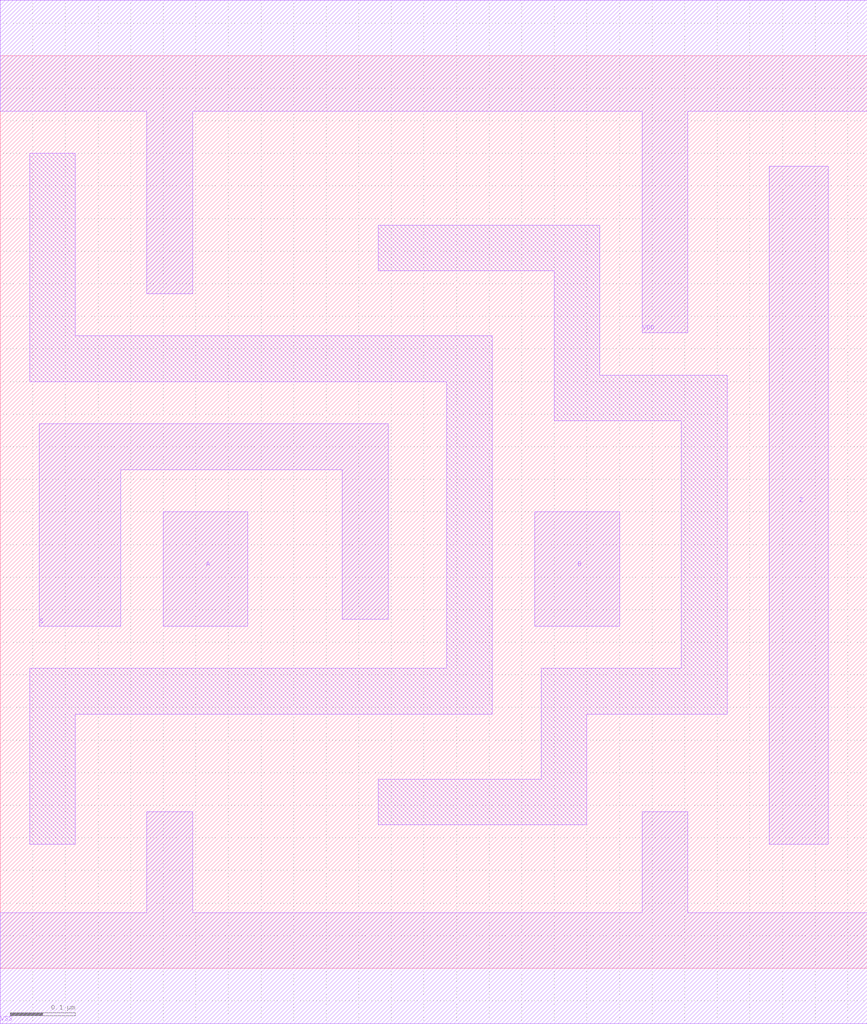
<source format=lef>
# 
# ******************************************************************************
# *                                                                            *
# *                   Copyright (C) 2004-2010, Nangate Inc.                    *
# *                           All rights reserved.                             *
# *                                                                            *
# * Nangate and the Nangate logo are trademarks of Nangate Inc.                *
# *                                                                            *
# * All trademarks, logos, software marks, and trade names (collectively the   *
# * "Marks") in this program are proprietary to Nangate or other respective    *
# * owners that have granted Nangate the right and license to use such Marks.  *
# * You are not permitted to use the Marks without the prior written consent   *
# * of Nangate or such third party that may own the Marks.                     *
# *                                                                            *
# * This file has been provided pursuant to a License Agreement containing     *
# * restrictions on its use. This file contains valuable trade secrets and     *
# * proprietary information of Nangate Inc., and is protected by U.S. and      *
# * international laws and/or treaties.                                        *
# *                                                                            *
# * The copyright notice(s) in this file does not indicate actual or intended  *
# * publication of this file.                                                  *
# *                                                                            *
# *     NGLibraryCreator, v2010.08-HR32-SP3-2010-08-05 - build 1009061800      *
# *                                                                            *
# ******************************************************************************
# 
# 
# Running on brazil06.nangate.com.br for user Giancarlo Franciscatto (gfr).
# Local time is now Fri, 3 Dec 2010, 19:32:18.
# Main process id is 27821.

VERSION 5.6 ;
BUSBITCHARS "[]" ;
DIVIDERCHAR "/" ;

MACRO MUX2_X1
  CLASS core ;
  FOREIGN MUX2_X1 0.0 0.0 ;
  ORIGIN 0 0 ;
  SYMMETRY X Y ;
  SITE FreePDK45_38x28_10R_NP_162NW_34O ;
  SIZE 1.33 BY 1.4 ;
  PIN A
    DIRECTION INPUT ;
    ANTENNAPARTIALMETALAREA 0.02275 LAYER metal1 ;
    ANTENNAPARTIALMETALSIDEAREA 0.0793 LAYER metal1 ;
    ANTENNAGATEAREA 0.02625 ;
    PORT
      LAYER metal1 ;
        POLYGON 0.25 0.525 0.38 0.525 0.38 0.7 0.25 0.7  ;
    END
  END A
  PIN B
    DIRECTION INPUT ;
    ANTENNAPARTIALMETALAREA 0.02275 LAYER metal1 ;
    ANTENNAPARTIALMETALSIDEAREA 0.0793 LAYER metal1 ;
    ANTENNAGATEAREA 0.02625 ;
    PORT
      LAYER metal1 ;
        POLYGON 0.82 0.525 0.95 0.525 0.95 0.7 0.82 0.7  ;
    END
  END B
  PIN S
    DIRECTION INPUT ;
    ANTENNAPARTIALMETALAREA 0.08355 LAYER metal1 ;
    ANTENNAPARTIALMETALSIDEAREA 0.2795 LAYER metal1 ;
    ANTENNAGATEAREA 0.0525 ;
    PORT
      LAYER metal1 ;
        POLYGON 0.06 0.525 0.185 0.525 0.185 0.765 0.525 0.765 0.525 0.535 0.595 0.535 0.595 0.835 0.06 0.835  ;
    END
  END S
  PIN Z
    DIRECTION OUTPUT ;
    ANTENNAPARTIALMETALAREA 0.0936 LAYER metal1 ;
    ANTENNAPARTIALMETALSIDEAREA 0.2938 LAYER metal1 ;
    ANTENNADIFFAREA 0.109725 ;
    PORT
      LAYER metal1 ;
        POLYGON 1.18 0.19 1.27 0.19 1.27 1.23 1.18 1.23  ;
    END
  END Z
  PIN VDD
    DIRECTION INOUT ;
    USE power ;
    SHAPE ABUTMENT ;
    PORT
      LAYER metal1 ;
        POLYGON 0 1.315 0.225 1.315 0.225 1.035 0.295 1.035 0.295 1.315 0.985 1.315 0.985 0.975 1.055 0.975 1.055 1.315 1.115 1.315 1.33 1.315 1.33 1.485 1.115 1.485 0 1.485  ;
    END
  END VDD
  PIN VSS
    DIRECTION INOUT ;
    USE ground ;
    SHAPE ABUTMENT ;
    PORT
      LAYER metal1 ;
        POLYGON 0 -0.085 1.33 -0.085 1.33 0.085 1.055 0.085 1.055 0.24 0.985 0.24 0.985 0.085 0.295 0.085 0.295 0.24 0.225 0.24 0.225 0.085 0 0.085  ;
    END
  END VSS
  OBS
      LAYER metal1 ;
        POLYGON 0.045 0.9 0.685 0.9 0.685 0.46 0.045 0.46 0.045 0.19 0.115 0.19 0.115 0.39 0.755 0.39 0.755 0.97 0.115 0.97 0.115 1.25 0.045 1.25  ;
        POLYGON 0.58 1.07 0.85 1.07 0.85 0.84 1.045 0.84 1.045 0.46 0.83 0.46 0.83 0.29 0.58 0.29 0.58 0.22 0.9 0.22 0.9 0.39 1.115 0.39 1.115 0.91 0.92 0.91 0.92 1.14 0.58 1.14  ;
  END
END MUX2_X1

END LIBRARY
#
# End of file
#

</source>
